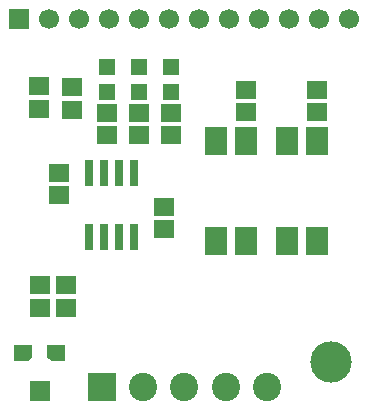
<source format=gbr>
G04 DipTrace 4.0.0.2*
G04 TopMask.gbr*
%MOIN*%
G04 #@! TF.FileFunction,Soldermask,Top*
G04 #@! TF.Part,Single*
%AMOUTLINE1*
4,1,5,
-0.031499,-0.013781,
-0.031499,0.027562,
0.031499,0.027562,
0.031499,-0.027562,
-0.013124,-0.027562,
-0.031499,-0.013781,
0*%
%AMOUTLINE4*
4,1,5,
-0.031499,-0.027562,
-0.031499,0.027562,
0.031499,0.027562,
0.031499,-0.013443,
0.01738,-0.027562,
-0.031499,-0.027562,
0*%
%ADD32C,0.137795*%
%ADD38R,0.031502X0.08662*%
%ADD40C,0.094494*%
%ADD42R,0.094494X0.094494*%
%ADD44R,0.070872X0.066935*%
%ADD46R,0.074809X0.094494*%
%ADD48C,0.066935*%
%ADD50R,0.066935X0.066935*%
%ADD52R,0.055124X0.055124*%
%ADD54R,0.066935X0.059061*%
%ADD60OUTLINE1*%
%ADD63OUTLINE4*%
%FSLAX26Y26*%
G04*
G70*
G90*
G75*
G01*
G04 TopMask*
%LPD*%
D54*
X956500Y1269000D3*
Y1343803D3*
X606500Y1381500D3*
Y1456303D3*
D52*
X769000Y1810339D3*
Y1727661D3*
X875251Y1810339D3*
Y1727661D3*
X981500Y1810339D3*
Y1727661D3*
D50*
X473916Y1968803D3*
D48*
X573916D3*
X673916D3*
X773916D3*
X873916D3*
X973916D3*
X1073916D3*
X1173916D3*
X1273907D3*
X1373907D3*
X1473907D3*
X1573907D3*
D32*
X1516047Y827071D3*
D46*
X1231500Y1563980D3*
X1131500D3*
Y1229335D3*
X1231500D3*
X1469000Y1563980D3*
X1369000D3*
Y1229335D3*
X1469000D3*
D54*
X1231500Y1734059D3*
Y1659256D3*
X769000Y1656402D3*
Y1581598D3*
X875251Y1656402D3*
Y1581598D3*
X1469000Y1734059D3*
Y1659256D3*
X981500Y1656402D3*
Y1581598D3*
X541983Y1745723D3*
Y1670920D3*
D60*
X599118Y856992D3*
D63*
X488882D3*
D44*
X544000Y729039D3*
D54*
X631500Y1006500D3*
Y1081303D3*
X649906Y1742277D3*
Y1667474D3*
X544000Y1081500D3*
Y1006697D3*
D42*
X749807Y744000D3*
D40*
X887602D3*
X1025398D3*
X1163193D3*
X1300988D3*
D38*
X706500Y1244000D3*
X756500D3*
X806500D3*
X856500D3*
Y1456598D3*
X806500D3*
X756500D3*
X706500D3*
M02*

</source>
